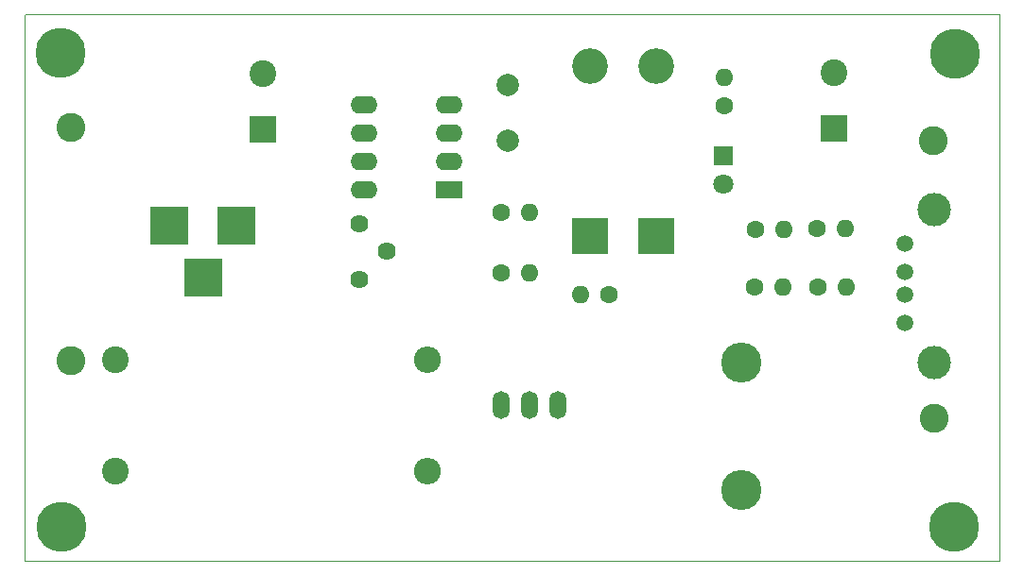
<source format=gbr>
%TF.GenerationSoftware,KiCad,Pcbnew,(5.0.0)*%
%TF.CreationDate,2018-07-29T14:19:51+09:00*%
%TF.ProjectId,mc33063buck1,6D6333333036336275636B312E6B6963,rev?*%
%TF.SameCoordinates,Original*%
%TF.FileFunction,Soldermask,Bot*%
%TF.FilePolarity,Negative*%
%FSLAX46Y46*%
G04 Gerber Fmt 4.6, Leading zero omitted, Abs format (unit mm)*
G04 Created by KiCad (PCBNEW (5.0.0)) date 07/29/18 14:19:51*
%MOMM*%
%LPD*%
G01*
G04 APERTURE LIST*
%ADD10C,0.100000*%
%ADD11C,2.400000*%
%ADD12O,2.400000X2.400000*%
%ADD13R,3.200000X3.200000*%
%ADD14O,3.200000X3.200000*%
%ADD15C,4.500000*%
%ADD16C,2.600000*%
%ADD17C,2.000000*%
%ADD18R,2.400000X2.400000*%
%ADD19R,1.800000X1.800000*%
%ADD20C,1.800000*%
%ADD21C,1.500000*%
%ADD22C,3.000000*%
%ADD23C,3.600000*%
%ADD24O,1.501140X2.499360*%
%ADD25C,1.600000*%
%ADD26O,1.600000X1.600000*%
%ADD27R,2.400000X1.600000*%
%ADD28O,2.400000X1.600000*%
%ADD29R,3.500000X3.500000*%
%ADD30C,1.620000*%
G04 APERTURE END LIST*
D10*
X101968300Y-18897600D02*
X14770100Y-18897600D01*
X101968300Y-67919600D02*
X101968300Y-18897600D01*
X14744700Y-67919600D02*
X101968300Y-67919600D01*
X14744700Y-18973800D02*
X14744700Y-67919600D01*
D11*
X22860000Y-59905900D03*
D12*
X50800000Y-59905900D03*
D13*
X71297800Y-38798500D03*
D14*
X71297800Y-23558500D03*
D15*
X17894300Y-22352000D03*
X97942400Y-64897000D03*
X98005900Y-22491700D03*
D16*
X96037400Y-30213300D03*
D17*
X58000900Y-30289500D03*
X58000900Y-25289500D03*
D18*
X87160100Y-29184600D03*
D11*
X87160100Y-24184600D03*
D18*
X36080700Y-29273500D03*
D11*
X36080700Y-24273500D03*
D13*
X65316100Y-38798500D03*
D14*
X65316100Y-23558500D03*
D19*
X77254100Y-31623000D03*
D20*
X77254100Y-34163000D03*
D16*
X18897600Y-50012600D03*
X18834100Y-29108400D03*
X96202500Y-55130700D03*
D21*
X93510100Y-39511700D03*
X93510100Y-42051700D03*
X93510100Y-44081700D03*
X93510100Y-46621700D03*
D22*
X96180100Y-36461700D03*
X96180100Y-50181700D03*
D23*
X78905100Y-61595000D03*
X78905100Y-50155000D03*
D24*
X59956700Y-53987700D03*
X62496700Y-53987700D03*
X57416700Y-53987700D03*
D25*
X57391300Y-42087800D03*
D26*
X59931300Y-42087800D03*
D25*
X67068700Y-44043600D03*
D26*
X64528700Y-44043600D03*
D25*
X57404000Y-36664900D03*
D26*
X59944000Y-36664900D03*
D25*
X77330300Y-27127200D03*
D26*
X77330300Y-24587200D03*
D25*
X80086200Y-43370500D03*
D26*
X82626200Y-43370500D03*
D25*
X85788500Y-43370500D03*
D26*
X88328500Y-43370500D03*
D25*
X80149700Y-38188900D03*
D26*
X82689700Y-38188900D03*
D25*
X85661500Y-38163500D03*
D26*
X88201500Y-38163500D03*
D27*
X52692300Y-34658300D03*
D28*
X45072300Y-27038300D03*
X52692300Y-32118300D03*
X45072300Y-29578300D03*
X52692300Y-29578300D03*
X45072300Y-32118300D03*
X52692300Y-27038300D03*
X45072300Y-34658300D03*
D29*
X33705800Y-37833300D03*
X27705800Y-37833300D03*
X30705800Y-42533300D03*
D15*
X18021300Y-64897000D03*
D11*
X22860000Y-49898300D03*
D12*
X50800000Y-49898300D03*
D30*
X44653200Y-42680900D03*
X47153200Y-40180900D03*
X44653200Y-37680900D03*
M02*

</source>
